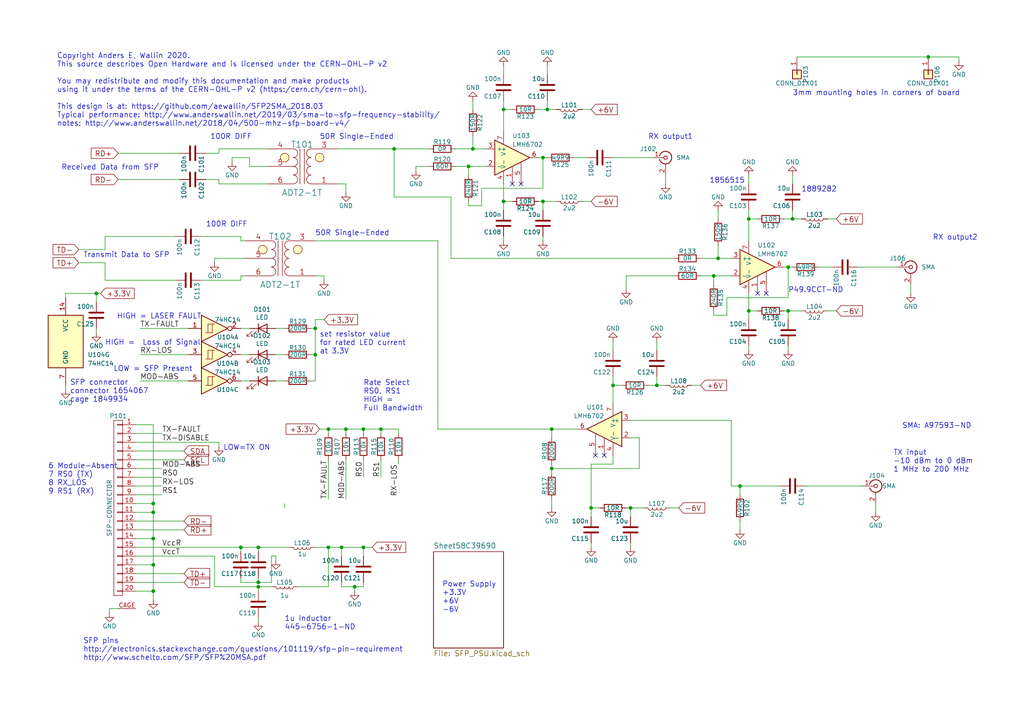
<source format=kicad_sch>
(kicad_sch (version 20250114) (generator "eeschema") (generator_version "9.0")
  (paper "A4")
  (title_block (title "SFP-Board - rev5 - 2020-10") (date "2020-10") (company "Anders Wallin (anders.e.e.wallin \"at\" gmail.com)") (comment 1 "2018-03 LMH6702, symmetric circuit, thicker DC-traces") (comment 2 "2020-10: add status LEDs"))
  (text "100R DIFF" (at 59.69 66.04 0) (effects (font (size 1.524 1.524)) (justify left bottom)))
  (text "RX output2" (at 270.51 69.85 0) (effects (font (size 1.524 1.524)) (justify left bottom)))
  (text "1889282" (at 232.41 55.88 0) (effects (font (size 1.524 1.524)) (justify left bottom)))
  (text "P49.9CCT-ND " (at 228.6 85.09 0) (effects (font (size 1.524 1.524)) (justify left bottom)))
  (text "HIGH = LASER FAULT" (at 58.42 92.71 0) (effects (font (size 1.524 1.524)) (justify right bottom)))
  (text "LOW = SFP Present" (at 55.88 107.95 0) (effects (font (size 1.524 1.524)) (justify right bottom)))
  (text "Transmit Data to SFP" (at 24.13 74.93 0) (effects (font (size 1.524 1.524)) (justify left bottom)))
  (text "RX output1" (at 187.96 40.64 0) (effects (font (size 1.524 1.524)) (justify left bottom)))
  (text "SFP connector\nconnector 1654067\ncage 1849934\n" (at 20.32 116.84 0) (effects (font (size 1.524 1.524)) (justify left bottom)))
  (text "Received Data from SFP" (at 17.78 49.53 0) (effects (font (size 1.524 1.524)) (justify left bottom)))
  (text "Power Supply\n+3.3V\n+6V\n-6V" (at 128.27 177.8 0) (effects (font (size 1.524 1.524)) (justify left bottom)))
  (text "50R Single-Ended" (at 92.71 40.64 0) (effects (font (size 1.524 1.524)) (justify left bottom)))
  (text "50R Single-Ended" (at 91.44 68.58 0) (effects (font (size 1.524 1.524)) (justify left bottom)))
  (text "Rate Select\nRS0, RS1\nHIGH = \nFull Bandwidth" (at 105.41 119.38 0) (effects (font (size 1.524 1.524)) (justify left bottom)))
  (text "6 Module-Absent\n7 RS0 (TX)\n8 RX_LOS\n9 RS1 (RX)\n" (at 13.97 143.51 0) (effects (font (size 1.524 1.524)) (justify left bottom)))
  (text "SFP pins\nhttp://electronics.stackexchange.com/questions/101119/sfp-pin-requirement\nhttp://www.schelto.com/SFP/SFP%20MSA.pdf" (at 24.13 191.77 0) (effects (font (size 1.524 1.524)) (justify left bottom)))
  (text "1u Inductor\n445-6756-1-ND " (at 82.55 182.88 0) (effects (font (size 1.524 1.524)) (justify left bottom)))
  (text "HIGH =  Loss of Signal \n" (at 30.48 100.33 0) (effects (font (size 1.524 1.524)) (justify left bottom)))
  (text "LOW=TX ON" (at 64.77 130.81 0) (effects (font (size 1.524 1.524)) (justify left bottom)))
  (text "Copyright Anders E, Wallin 2020.\nThis source describes Open Hardware and is licensed under the CERN-OHL-P v2\n\nYou may redistribute and modify this documentation and make products\nusing it under the terms of the CERN-OHL-P v2 (https:/cern.ch/cern-ohl).\n\nThis design is at: https://github.com/aewallin/SFP2SMA_2018.03\nTypical performance: http://www.anderswallin.net/2019/03/sma-to-sfp-frequency-stability/\nnotes: http://www.anderswallin.net/2018/04/500-mhz-sfp-board-v4/\n" (at 16.51 36.83 0) (effects (font (size 1.524 1.524)) (justify left bottom)))
  (text "set resistor value\nfor rated LED current\nat 3.3V" (at 92.71 102.87 0) (effects (font (size 1.524 1.524)) (justify left bottom)))
  (text "SMA: A97593-ND " (at 261.62 124.46 0) (effects (font (size 1.524 1.524)) (justify left bottom)))
  (text "100R DIFF" (at 60.96 40.64 0) (effects (font (size 1.524 1.524)) (justify left bottom)))
  (text "1856515 " (at 205.74 53.34 0) (effects (font (size 1.524 1.524)) (justify left bottom)))
  (text "TX input\n-10 dBm to 0 dBm\n1 MHz to 200 MHz" (at 259.08 137.16 0) (effects (font (size 1.524 1.524)) (justify left bottom)))
  (text "3mm mounting holes in corners of board" (at 229.87 27.94 0) (effects (font (size 1.524 1.524)) (justify left bottom)))
  (junction (at 160.02 135.89))
  (junction (at 171.45 147.32))
  (junction (at 146.05 58.42))
  (junction (at 74.93 158.75))
  (junction (at 91.44 102.87))
  (junction (at 95.25 124.46))
  (junction (at 228.6 77.47))
  (junction (at 99.06 158.75))
  (junction (at 114.3 43.18))
  (junction (at 177.8 111.76))
  (junction (at 182.88 147.32))
  (junction (at 217.17 63.5))
  (junction (at 74.93 170.18))
  (junction (at 157.48 58.42))
  (junction (at 44.45 148.59))
  (junction (at 217.17 90.17))
  (junction (at 100.33 124.46))
  (junction (at 229.87 63.5))
  (junction (at 44.45 171.45))
  (junction (at 160.02 124.46))
  (junction (at 214.63 140.97))
  (junction (at 69.85 158.75))
  (junction (at 158.75 31.75))
  (junction (at 146.05 31.75))
  (junction (at 102.87 170.18))
  (junction (at 135.89 48.26))
  (junction (at 137.16 43.18))
  (junction (at 74.93 168.91))
  (junction (at 91.44 95.25))
  (junction (at 105.41 124.46))
  (junction (at 44.45 163.83))
  (junction (at 207.01 80.01))
  (junction (at 208.28 74.93))
  (junction (at 190.5 111.76))
  (junction (at 228.6 90.17))
  (junction (at 27.94 85.09))
  (junction (at 105.41 158.75))
  (junction (at 95.25 158.75))
  (junction (at 110.49 124.46))
  (junction (at 269.24 16.51))
  (junction (at 44.45 146.05))
  (junction (at 44.45 156.21))
  (junction (at 157.48 45.72))
  (no_connect (at 222.25 85.09))
  (no_connect (at 175.26 132.08))
  (no_connect (at 148.59 53.34))
  (no_connect (at 151.13 53.34))
  (no_connect (at 219.71 85.09))
  (no_connect (at 172.72 132.08))
  (wire (pts (xy 102.87 171.45) (xy 102.87 170.18)))
  (wire (pts (xy 82.55 102.87) (xy 80.01 102.87)))
  (wire (pts (xy 214.63 140.97) (xy 226.06 140.97)))
  (wire (pts (xy 114.3 57.15) (xy 114.3 43.18)))
  (wire (pts (xy 135.89 48.26) (xy 132.08 48.26)))
  (wire (pts (xy 187.96 111.76) (xy 190.5 111.76)))
  (wire (pts (xy 160.02 135.89) (xy 185.42 135.89)))
  (wire (pts (xy 69.85 167.64) (xy 69.85 168.91)))
  (wire (pts (xy 58.42 81.28) (xy 69.85 81.28)))
  (wire (pts (xy 171.45 58.42) (xy 168.91 58.42)))
  (wire (pts (xy 27.94 85.09) (xy 19.05 85.09)))
  (wire (pts (xy 135.89 50.8) (xy 135.89 48.26)))
  (wire (pts (xy 74.93 158.75) (xy 74.93 160.02)))
  (wire (pts (xy 39.37 135.89) (xy 46.99 135.89)))
  (wire (pts (xy 182.88 158.75) (xy 182.88 157.48)))
  (wire (pts (xy 82.55 95.25) (xy 80.01 95.25)))
  (wire (pts (xy 231.14 16.51) (xy 269.24 16.51)))
  (wire (pts (xy 171.45 134.62) (xy 171.45 147.32)))
  (wire (pts (xy 190.5 111.76) (xy 193.04 111.76)))
  (wire (pts (xy 74.93 180.34) (xy 74.93 179.07)))
  (wire (pts (xy 44.45 156.21) (xy 44.45 163.83)))
  (wire (pts (xy 157.48 58.42) (xy 156.21 58.42)))
  (wire (pts (xy 160.02 124.46) (xy 167.64 124.46)))
  (wire (pts (xy 177.8 111.76) (xy 180.34 111.76)))
  (wire (pts (xy 105.41 125.73) (xy 105.41 124.46)))
  (wire (pts (xy 99.06 168.91) (xy 99.06 170.18)))
  (wire (pts (xy 135.89 58.42) (xy 135.89 59.69)))
  (wire (pts (xy 63.5 53.34) (xy 77.47 53.34)))
  (wire (pts (xy 182.88 149.86) (xy 182.88 147.32)))
  (wire (pts (xy 264.16 85.09) (xy 264.16 82.55)))
  (wire (pts (xy 130.81 57.15) (xy 114.3 57.15)))
  (wire (pts (xy 92.71 124.46) (xy 95.25 124.46)))
  (wire (pts (xy 39.37 163.83) (xy 44.45 163.83)))
  (wire (pts (xy 22.86 76.2) (xy 30.48 76.2)))
  (wire (pts (xy 278.13 16.51) (xy 278.13 17.78)))
  (wire (pts (xy 54.61 95.25) (xy 40.64 95.25)))
  (wire (pts (xy 171.45 158.75) (xy 171.45 157.48)))
  (wire (pts (xy 229.87 60.96) (xy 229.87 63.5)))
  (wire (pts (xy 95.25 125.73) (xy 95.25 124.46)))
  (wire (pts (xy 54.61 102.87) (xy 40.64 102.87)))
  (wire (pts (xy 217.17 63.5) (xy 217.17 69.85)))
  (wire (pts (xy 90.17 102.87) (xy 91.44 102.87)))
  (wire (pts (xy 110.49 133.35) (xy 110.49 138.43)))
  (wire (pts (xy 228.6 92.71) (xy 228.6 90.17)))
  (wire (pts (xy 135.89 59.69) (xy 139.7 59.69)))
  (wire (pts (xy 196.85 147.32) (xy 194.31 147.32)))
  (wire (pts (xy 254 148.59) (xy 254 146.05)))
  (wire (pts (xy 217.17 60.96) (xy 217.17 63.5)))
  (wire (pts (xy 74.93 168.91) (xy 78.74 168.91)))
  (wire (pts (xy 124.46 48.26) (xy 120.65 48.26)))
  (wire (pts (xy 105.41 133.35) (xy 105.41 138.43)))
  (wire (pts (xy 217.17 85.09) (xy 217.17 90.17)))
  (wire (pts (xy 72.39 48.26) (xy 72.39 45.72)))
  (wire (pts (xy 82.55 147.32) (xy 82.55 146.05)))
  (wire (pts (xy 137.16 39.37) (xy 137.16 43.18)))
  (wire (pts (xy 140.97 48.26) (xy 135.89 48.26)))
  (wire (pts (xy 127 124.46) (xy 160.02 124.46)))
  (wire (pts (xy 177.8 45.72) (xy 189.23 45.72)))
  (wire (pts (xy 171.45 147.32) (xy 171.45 149.86)))
  (wire (pts (xy 227.33 63.5) (xy 229.87 63.5)))
  (wire (pts (xy 82.55 110.49) (xy 80.01 110.49)))
  (wire (pts (xy 52.07 52.07) (xy 34.29 52.07)))
  (wire (pts (xy 29.21 85.09) (xy 27.94 85.09)))
  (wire (pts (xy 91.44 102.87) (xy 91.44 110.49)))
  (wire (pts (xy 100.33 53.34) (xy 100.33 55.88)))
  (wire (pts (xy 90.17 95.25) (xy 91.44 95.25)))
  (wire (pts (xy 100.33 133.35) (xy 100.33 144.78)))
  (wire (pts (xy 39.37 171.45) (xy 44.45 171.45)))
  (wire (pts (xy 39.37 125.73) (xy 46.99 125.73)))
  (wire (pts (xy 228.6 101.6) (xy 228.6 100.33)))
  (wire (pts (xy 58.42 68.58) (xy 69.85 68.58)))
  (wire (pts (xy 177.8 109.22) (xy 177.8 111.76)))
  (wire (pts (xy 137.16 43.18) (xy 132.08 43.18)))
  (wire (pts (xy 80.01 161.29) (xy 80.01 162.56)))
  (wire (pts (xy 137.16 29.21) (xy 137.16 31.75)))
  (wire (pts (xy 233.68 140.97) (xy 250.19 140.97)))
  (wire (pts (xy 193.04 53.34) (xy 193.04 50.8)))
  (wire (pts (xy 91.44 110.49) (xy 90.17 110.49)))
  (wire (pts (xy 99.06 170.18) (xy 102.87 170.18)))
  (wire (pts (xy 190.5 109.22) (xy 190.5 111.76)))
  (wire (pts (xy 34.29 176.53) (xy 31.75 176.53)))
  (wire (pts (xy 63.5 44.45) (xy 63.5 43.18)))
  (wire (pts (xy 78.74 168.91) (xy 78.74 161.29)))
  (wire (pts (xy 71.12 74.93) (xy 62.23 74.93)))
  (wire (pts (xy 177.8 101.6) (xy 177.8 99.06)))
  (wire (pts (xy 242.57 63.5) (xy 240.03 63.5)))
  (wire (pts (xy 210.82 86.36) (xy 228.6 86.36)))
  (wire (pts (xy 44.45 148.59) (xy 44.45 156.21)))
  (wire (pts (xy 59.69 52.07) (xy 63.5 52.07)))
  (wire (pts (xy 158.75 45.72) (xy 157.48 45.72)))
  (wire (pts (xy 39.37 146.05) (xy 44.45 146.05)))
  (wire (pts (xy 52.07 44.45) (xy 34.29 44.45)))
  (wire (pts (xy 228.6 90.17) (xy 227.33 90.17)))
  (wire (pts (xy 44.45 123.19) (xy 44.45 146.05)))
  (wire (pts (xy 207.01 91.44) (xy 210.82 91.44)))
  (wire (pts (xy 217.17 53.34) (xy 217.17 50.8)))
  (wire (pts (xy 157.48 69.85) (xy 157.48 68.58)))
  (wire (pts (xy 69.85 160.02) (xy 69.85 158.75)))
  (wire (pts (xy 72.39 95.25) (xy 69.85 95.25)))
  (wire (pts (xy 69.85 158.75) (xy 74.93 158.75)))
  (wire (pts (xy 127 69.85) (xy 127 124.46)))
  (wire (pts (xy 148.59 58.42) (xy 146.05 58.42)))
  (wire (pts (xy 72.39 102.87) (xy 69.85 102.87)))
  (wire (pts (xy 186.69 147.32) (xy 182.88 147.32)))
  (wire (pts (xy 105.41 124.46) (xy 110.49 124.46)))
  (wire (pts (xy 208.28 71.12) (xy 208.28 74.93)))
  (wire (pts (xy 22.86 72.39) (xy 30.48 72.39)))
  (wire (pts (xy 74.93 167.64) (xy 74.93 168.91)))
  (wire (pts (xy 97.79 43.18) (xy 114.3 43.18)))
  (wire (pts (xy 39.37 148.59) (xy 44.45 148.59)))
  (wire (pts (xy 99.06 158.75) (xy 105.41 158.75)))
  (wire (pts (xy 69.85 81.28) (xy 69.85 80.01)))
  (wire (pts (xy 182.88 121.92) (xy 212.09 121.92)))
  (wire (pts (xy 39.37 158.75) (xy 69.85 158.75)))
  (wire (pts (xy 62.23 161.29) (xy 62.23 170.18)))
  (wire (pts (xy 69.85 168.91) (xy 74.93 168.91)))
  (wire (pts (xy 93.98 92.71) (xy 91.44 92.71)))
  (wire (pts (xy 39.37 128.27) (xy 63.5 128.27)))
  (wire (pts (xy 102.87 170.18) (xy 105.41 170.18)))
  (wire (pts (xy 181.61 80.01) (xy 195.58 80.01)))
  (wire (pts (xy 160.02 127) (xy 160.02 124.46)))
  (wire (pts (xy 214.63 143.51) (xy 214.63 140.97)))
  (wire (pts (xy 63.5 52.07) (xy 63.5 53.34)))
  (wire (pts (xy 63.5 128.27) (xy 63.5 129.54)))
  (wire (pts (xy 39.37 168.91) (xy 53.34 168.91)))
  (wire (pts (xy 69.85 69.85) (xy 71.12 69.85)))
  (wire (pts (xy 69.85 68.58) (xy 69.85 69.85)))
  (wire (pts (xy 86.36 170.18) (xy 95.25 170.18)))
  (wire (pts (xy 39.37 138.43) (xy 46.99 138.43)))
  (wire (pts (xy 27.94 96.52) (xy 27.94 95.25)))
  (wire (pts (xy 91.44 69.85) (xy 127 69.85)))
  (wire (pts (xy 39.37 156.21) (xy 44.45 156.21)))
  (wire (pts (xy 161.29 58.42) (xy 157.48 58.42)))
  (wire (pts (xy 171.45 31.75) (xy 168.91 31.75)))
  (wire (pts (xy 212.09 80.01) (xy 207.01 80.01)))
  (wire (pts (xy 228.6 77.47) (xy 227.33 77.47)))
  (wire (pts (xy 185.42 127) (xy 182.88 127)))
  (wire (pts (xy 139.7 54.61) (xy 157.48 54.61)))
  (wire (pts (xy 190.5 101.6) (xy 190.5 99.06)))
  (wire (pts (xy 217.17 101.6) (xy 217.17 100.33)))
  (wire (pts (xy 39.37 143.51) (xy 46.99 143.51)))
  (wire (pts (xy 146.05 31.75) (xy 146.05 38.1)))
  (wire (pts (xy 160.02 147.32) (xy 160.02 144.78)))
  (wire (pts (xy 177.8 111.76) (xy 177.8 116.84)))
  (wire (pts (xy 74.93 158.75) (xy 83.82 158.75)))
  (wire (pts (xy 160.02 135.89) (xy 160.02 134.62)))
  (wire (pts (xy 114.3 43.18) (xy 124.46 43.18)))
  (wire (pts (xy 105.41 161.29) (xy 105.41 158.75)))
  (wire (pts (xy 207.01 82.55) (xy 207.01 80.01)))
  (wire (pts (xy 44.45 146.05) (xy 44.45 148.59)))
  (wire (pts (xy 195.58 74.93) (xy 130.81 74.93)))
  (wire (pts (xy 248.92 77.47) (xy 260.35 77.47)))
  (wire (pts (xy 208.28 74.93) (xy 203.2 74.93)))
  (wire (pts (xy 232.41 90.17) (xy 228.6 90.17)))
  (wire (pts (xy 173.99 147.32) (xy 171.45 147.32)))
  (wire (pts (xy 19.05 113.03) (xy 19.05 111.76)))
  (wire (pts (xy 93.98 80.01) (xy 93.98 81.28)))
  (wire (pts (xy 157.48 54.61) (xy 157.48 45.72)))
  (wire (pts (xy 146.05 53.34) (xy 146.05 58.42)))
  (wire (pts (xy 54.61 110.49) (xy 40.64 110.49)))
  (wire (pts (xy 44.45 163.83) (xy 44.45 171.45)))
  (wire (pts (xy 62.23 170.18) (xy 74.93 170.18)))
  (wire (pts (xy 166.37 45.72) (xy 170.18 45.72)))
  (wire (pts (xy 229.87 77.47) (xy 228.6 77.47)))
  (wire (pts (xy 182.88 147.32) (xy 181.61 147.32)))
  (wire (pts (xy 140.97 43.18) (xy 137.16 43.18)))
  (wire (pts (xy 207.01 80.01) (xy 203.2 80.01)))
  (wire (pts (xy 219.71 90.17) (xy 217.17 90.17)))
  (wire (pts (xy 95.25 124.46) (xy 100.33 124.46)))
  (wire (pts (xy 146.05 21.59) (xy 146.05 19.05)))
  (wire (pts (xy 146.05 29.21) (xy 146.05 31.75)))
  (wire (pts (xy 39.37 130.81) (xy 53.34 130.81)))
  (wire (pts (xy 91.44 95.25) (xy 91.44 102.87)))
  (wire (pts (xy 229.87 53.34) (xy 229.87 50.8)))
  (wire (pts (xy 120.65 48.26) (xy 120.65 49.53)))
  (wire (pts (xy 39.37 140.97) (xy 46.99 140.97)))
  (wire (pts (xy 110.49 124.46) (xy 115.57 124.46)))
  (wire (pts (xy 53.34 151.13) (xy 39.37 151.13)))
  (wire (pts (xy 78.74 161.29) (xy 80.01 161.29)))
  (wire (pts (xy 115.57 134.62) (xy 115.57 133.35)))
  (wire (pts (xy 95.25 158.75) (xy 99.06 158.75)))
  (wire (pts (xy 139.7 59.69) (xy 139.7 54.61)))
  (wire (pts (xy 67.31 45.72) (xy 67.31 46.99)))
  (wire (pts (xy 146.05 58.42) (xy 146.05 60.96)))
  (wire (pts (xy 212.09 121.92) (xy 212.09 140.97)))
  (wire (pts (xy 27.94 87.63) (xy 27.94 85.09)))
  (wire (pts (xy 157.48 45.72) (xy 156.21 45.72)))
  (wire (pts (xy 30.48 68.58) (xy 50.8 68.58)))
  (wire (pts (xy 100.33 124.46) (xy 105.41 124.46)))
  (wire (pts (xy 217.17 90.17) (xy 217.17 92.71)))
  (wire (pts (xy 237.49 77.47) (xy 241.3 77.47)))
  (wire (pts (xy 30.48 72.39) (xy 30.48 68.58)))
  (wire (pts (xy 130.81 74.93) (xy 130.81 57.15)))
  (wire (pts (xy 59.69 44.45) (xy 63.5 44.45)))
  (wire (pts (xy 228.6 86.36) (xy 228.6 77.47)))
  (wire (pts (xy 44.45 171.45) (xy 44.45 173.99)))
  (wire (pts (xy 62.23 74.93) (xy 62.23 76.2)))
  (wire (pts (xy 177.8 132.08) (xy 177.8 134.62)))
  (wire (pts (xy 39.37 153.67) (xy 53.34 153.67)))
  (wire (pts (xy 214.63 153.67) (xy 214.63 151.13)))
  (wire (pts (xy 53.34 166.37) (xy 39.37 166.37)))
  (wire (pts (xy 210.82 91.44) (xy 210.82 86.36)))
  (wire (pts (xy 203.2 111.76) (xy 200.66 111.76)))
  (wire (pts (xy 207.01 90.17) (xy 207.01 91.44)))
  (wire (pts (xy 115.57 124.46) (xy 115.57 125.73)))
  (wire (pts (xy 63.5 43.18) (xy 77.47 43.18)))
  (wire (pts (xy 105.41 158.75) (xy 107.95 158.75)))
  (wire (pts (xy 110.49 125.73) (xy 110.49 124.46)))
  (wire (pts (xy 158.75 29.21) (xy 158.75 31.75)))
  (wire (pts (xy 229.87 63.5) (xy 232.41 63.5)))
  (wire (pts (xy 156.21 31.75) (xy 158.75 31.75)))
  (wire (pts (xy 217.17 63.5) (xy 219.71 63.5)))
  (wire (pts (xy 212.09 140.97) (xy 214.63 140.97)))
  (wire (pts (xy 177.8 134.62) (xy 171.45 134.62)))
  (wire (pts (xy 30.48 81.28) (xy 50.8 81.28)))
  (wire (pts (xy 99.06 161.29) (xy 99.06 158.75)))
  (wire (pts (xy 91.44 92.71) (xy 91.44 95.25)))
  (wire (pts (xy 158.75 31.75) (xy 161.29 31.75)))
  (wire (pts (xy 72.39 110.49) (xy 69.85 110.49)))
  (wire (pts (xy 74.93 170.18) (xy 74.93 171.45)))
  (wire (pts (xy 146.05 31.75) (xy 148.59 31.75)))
  (wire (pts (xy 212.09 74.93) (xy 208.28 74.93)))
  (wire (pts (xy 242.57 90.17) (xy 240.03 90.17)))
  (wire (pts (xy 77.47 48.26) (xy 72.39 48.26)))
  (wire (pts (xy 95.25 133.35) (xy 95.25 144.78)))
  (wire (pts (xy 39.37 161.29) (xy 62.23 161.29)))
  (wire (pts (xy 39.37 133.35) (xy 53.34 133.35)))
  (wire (pts (xy 91.44 158.75) (xy 95.25 158.75)))
  (wire (pts (xy 97.79 53.34) (xy 100.33 53.34)))
  (wire (pts (xy 100.33 125.73) (xy 100.33 124.46)))
  (wire (pts (xy 95.25 170.18) (xy 95.25 158.75)))
  (wire (pts (xy 30.48 76.2) (xy 30.48 81.28)))
  (wire (pts (xy 269.24 16.51) (xy 278.13 16.51)))
  (wire (pts (xy 91.44 80.01) (xy 93.98 80.01)))
  (wire (pts (xy 208.28 60.96) (xy 208.28 63.5)))
  (wire (pts (xy 146.05 69.85) (xy 146.05 68.58)))
  (wire (pts (xy 39.37 123.19) (xy 44.45 123.19)))
  (wire (pts (xy 31.75 176.53) (xy 31.75 177.8)))
  (wire (pts (xy 19.05 85.09) (xy 19.05 86.36)))
  (wire (pts (xy 181.61 80.01) (xy 181.61 83.82)))
  (wire (pts (xy 72.39 45.72) (xy 67.31 45.72)))
  (wire (pts (xy 158.75 21.59) (xy 158.75 19.05)))
  (wire (pts (xy 157.48 60.96) (xy 157.48 58.42)))
  (wire (pts (xy 160.02 137.16) (xy 160.02 135.89)))
  (wire (pts (xy 69.85 80.01) (xy 71.12 80.01)))
  (wire (pts (xy 185.42 135.89) (xy 185.42 127)))
  (wire (pts (xy 74.93 170.18) (xy 78.74 170.18)))
  (wire (pts (xy 105.41 170.18) (xy 105.41 168.91)))
  (label "MOD-ABS" (at 40.64 110.49 0) (effects (font (size 1.524 1.524))))
  (label "VccR" (at 46.99 158.75 0) (effects (font (size 1.524 1.524))))
  (label "TX-FAULT" (at 95.25 144.78 90) (effects (font (size 1.524 1.524))))
  (label "TX-FAULT" (at 40.64 95.25 0) (effects (font (size 1.524 1.524))))
  (label "RS1" (at 46.99 143.51 0) (effects (font (size 1.524 1.524))))
  (label "RX-LOS" (at 40.64 102.87 0) (effects (font (size 1.524 1.524))))
  (label "TX-DISABLE" (at 46.99 128.27 0) (effects (font (size 1.524 1.524))))
  (label "RX-LOS" (at 46.99 140.97 0) (effects (font (size 1.524 1.524))))
  (label "RX-LOS" (at 115.57 134.62 270) (effects (font (size 1.524 1.524))))
  (label "RS0" (at 46.99 138.43 0) (effects (font (size 1.524 1.524))))
  (label "RS0" (at 105.41 138.43 90) (effects (font (size 1.524 1.524))))
  (label "RS1" (at 110.49 138.43 90) (effects (font (size 1.524 1.524))))
  (label "VccT" (at 46.99 161.29 0) (effects (font (size 1.524 1.524))))
  (label "MOD-ABS" (at 100.33 144.78 90) (effects (font (size 1.524 1.524))))
  (label "MOD-ABS" (at 46.99 135.89 0) (effects (font (size 1.524 1.524))))
  (label "TX-FAULT" (at 46.99 125.73 0) (effects (font (size 1.524 1.524))))
  (global_label "SDA" (shape input) (at 53.34 130.81 0) (effects (font (size 1.524 1.524))) (property "Intersheetrefs" "${INTERSHEET_REFS}" (effects (hide yes))))
  (global_label "+3.3V" (shape input) (at 93.98 92.71 0) (effects (font (size 1.524 1.524))) (property "Intersheetrefs" "${INTERSHEET_REFS}" (effects (hide yes))))
  (global_label "+6V" (shape input) (at 171.45 31.75 0) (effects (font (size 1.524 1.524))) (property "Intersheetrefs" "${INTERSHEET_REFS}" (effects (hide yes))))
  (global_label "TD-" (shape input) (at 53.34 168.91 0) (effects (font (size 1.524 1.524))) (property "Intersheetrefs" "${INTERSHEET_REFS}" (effects (hide yes))))
  (global_label "RD-" (shape input) (at 53.34 151.13 0) (effects (font (size 1.524 1.524))) (property "Intersheetrefs" "${INTERSHEET_REFS}" (effects (hide yes))))
  (global_label "TD-" (shape input) (at 22.86 72.39 180) (effects (font (size 1.524 1.524))) (property "Intersheetrefs" "${INTERSHEET_REFS}" (effects (hide yes))))
  (global_label "-6V" (shape input) (at 196.85 147.32 0) (effects (font (size 1.524 1.524))) (property "Intersheetrefs" "${INTERSHEET_REFS}" (effects (hide yes))))
  (global_label "+3.3V" (shape input) (at 92.71 124.46 180) (effects (font (size 1.524 1.524))) (property "Intersheetrefs" "${INTERSHEET_REFS}" (effects (hide yes))))
  (global_label "TD+" (shape input) (at 22.86 76.2 180) (effects (font (size 1.524 1.524))) (property "Intersheetrefs" "${INTERSHEET_REFS}" (effects (hide yes))))
  (global_label "SCL" (shape input) (at 53.34 133.35 0) (effects (font (size 1.524 1.524))) (property "Intersheetrefs" "${INTERSHEET_REFS}" (effects (hide yes))))
  (global_label "TD+" (shape input) (at 53.34 166.37 0) (effects (font (size 1.524 1.524))) (property "Intersheetrefs" "${INTERSHEET_REFS}" (effects (hide yes))))
  (global_label "+3.3V" (shape input) (at 107.95 158.75 0) (effects (font (size 1.524 1.524))) (property "Intersheetrefs" "${INTERSHEET_REFS}" (effects (hide yes))))
  (global_label "RD+" (shape input) (at 34.29 44.45 180) (effects (font (size 1.524 1.524))) (property "Intersheetrefs" "${INTERSHEET_REFS}" (effects (hide yes))))
  (global_label "+3.3V" (shape input) (at 29.21 85.09 0) (effects (font (size 1.524 1.524))) (property "Intersheetrefs" "${INTERSHEET_REFS}" (effects (hide yes))))
  (global_label "-6V" (shape input) (at 171.45 58.42 0) (effects (font (size 1.524 1.524))) (property "Intersheetrefs" "${INTERSHEET_REFS}" (effects (hide yes))))
  (global_label "+6V" (shape input) (at 242.57 63.5 0) (effects (font (size 1.524 1.524))) (property "Intersheetrefs" "${INTERSHEET_REFS}" (effects (hide yes))))
  (global_label "RD-" (shape input) (at 34.29 52.07 180) (effects (font (size 1.524 1.524))) (property "Intersheetrefs" "${INTERSHEET_REFS}" (effects (hide yes))))
  (global_label "-6V" (shape input) (at 242.57 90.17 0) (effects (font (size 1.524 1.524))) (property "Intersheetrefs" "${INTERSHEET_REFS}" (effects (hide yes))))
  (global_label "+6V" (shape input) (at 203.2 111.76 0) (effects (font (size 1.524 1.524))) (property "Intersheetrefs" "${INTERSHEET_REFS}" (effects (hide yes))))
  (global_label "RD+" (shape input) (at 53.34 153.67 0) (effects (font (size 1.524 1.524))) (property "Intersheetrefs" "${INTERSHEET_REFS}" (effects (hide yes))))
  (symbol (lib_id "sfp_v4-rescue:GND-power") (at 193.04 53.34 0) (unit 1)
    (property "Reference" "#PWR01" (effects (hide yes)))
    (property "Value" "GND" (at 193.04 57.15 0))
  )
  (symbol (lib_id "sfp_v4-rescue:C") (at 146.05 64.77 180) (unit 1)
    (property "Reference" "C108" (at 145.415 67.31 0) (effects (justify left)))
    (property "Value" "100n" (at 145.415 62.23 0) (effects (justify left)))
    (property "Footprint" "Capacitors_SMD:C_0805" (effects (hide yes)))
  )
  (symbol (lib_id "sfp_v4-rescue:C") (at 173.99 45.72 270) (unit 1)
    (property "Reference" "C111" (at 176.53 46.355 0) (effects (justify left)))
    (property "Value" "100n" (at 171.45 46.355 0) (effects (justify left)))
    (property "Footprint" "Capacitors_SMD:C_0805" (effects (hide yes)))
  )
  (symbol (lib_id "sfp_v4-rescue:GND-power") (at 44.45 173.99 0) (unit 1)
    (property "Reference" "#PWR02" (effects (hide yes)))
    (property "Value" "GND" (at 44.45 177.8 0))
  )
  (symbol (lib_id "sfp_v4-rescue:SFP-CONNECTOR-awallin") (at 34.29 147.32 0) (mirror y) (unit 1)
    (property "Reference" "P101" (at 34.29 120.65 0))
    (property "Value" "SFP-CONNECTOR" (at 31.75 147.32 90))
    (property "Footprint" "awallinKiCadFootprints:Connector_SFP_and_Cage" (effects (hide yes)))
  )
  (symbol (lib_id "sfp_v4-rescue:GND-power") (at 31.75 177.8 0) (unit 1)
    (property "Reference" "#PWR03" (effects (hide yes)))
    (property "Value" "GND" (at 31.75 181.61 0))
  )
  (symbol (lib_id "sfp_v4-rescue:Conn_01x01") (at 231.14 21.59 270) (unit 1)
    (property "Reference" "P103" (at 233.68 21.59 0))
    (property "Value" "CONN_01X01" (at 231.14 24.13 90))
    (property "Footprint" "Mounting_Holes:MountingHole_3mm" (effects (hide yes)))
  )
  (symbol (lib_id "sfp_v4-rescue:Conn_01x01") (at 269.24 21.59 270) (unit 1)
    (property "Reference" "P106" (at 271.78 21.59 0))
    (property "Value" "CONN_01X01" (at 269.24 24.13 90))
    (property "Footprint" "Mounting_Holes:MountingHole_3mm" (effects (hide yes)))
  )
  (symbol (lib_id "sfp_v4-rescue:GND-power") (at 278.13 17.78 0) (unit 1)
    (property "Reference" "#PWR05" (effects (hide yes)))
    (property "Value" "GND" (at 278.13 21.59 0))
  )
  (symbol (lib_id "sfp_v4-rescue:GND-power") (at 63.5 129.54 0) (unit 1)
    (property "Reference" "#PWR04" (effects (hide yes)))
    (property "Value" "GND" (at 63.5 133.35 0))
  )
  (symbol (lib_id "sfp_v4-rescue:R") (at 95.25 129.54 180) (unit 1)
    (property "Reference" "R109" (at 92.71 129.54 90))
    (property "Value" "10k" (at 95.25 129.54 90))
    (property "Footprint" "Resistors_SMD:R_0805" (effects (hide yes)))
  )
  (symbol (lib_id "sfp_v4-rescue:Conn_Coaxial") (at 193.04 45.72 0) (unit 1)
    (property "Reference" "J102" (at 187.96 43.18 0))
    (property "Value" "SMA" (at 198.12 45.72 0))
    (property "Footprint" "Connector_Coaxial:SMA_Molex_73251-2200_Horizontal" (effects (hide yes)))
  )
  (symbol (lib_id "sfp_v4-rescue:Conn_Coaxial") (at 254 140.97 0) (unit 1)
    (property "Reference" "J104" (at 254.254 137.922 0))
    (property "Value" "SMA" (at 257.81 140.97 0))
    (property "Footprint" "Connector_Coaxial:SMA_Molex_73251-2200_Horizontal" (effects (hide yes)))
  )
  (symbol (lib_id "sfp_v4-rescue:GND-power") (at 67.31 46.99 0) (unit 1)
    (property "Reference" "#PWR06" (effects (hide yes)))
    (property "Value" "GND" (at 67.31 50.8 0))
  )
  (symbol (lib_id "sfp_v4-rescue:R") (at 110.49 129.54 180) (unit 1)
    (property "Reference" "R115" (at 108.458 129.54 90))
    (property "Value" "10k" (at 110.49 129.54 90))
    (property "Footprint" "Resistors_SMD:R_0805" (effects (hide yes)))
  )
  (symbol (lib_id "sfp_v4-rescue:R") (at 128.27 48.26 90) (unit 1)
    (property "Reference" "R120" (at 128.27 46.228 90))
    (property "Value" "60R" (at 128.27 48.26 90))
    (property "Footprint" "Resistors_SMD:R_0805" (effects (hide yes)))
  )
  (symbol (lib_id "sfp_v4-rescue:R") (at 137.16 35.56 0) (unit 1)
    (property "Reference" "R122" (at 139.192 35.56 90))
    (property "Value" "150R" (at 137.16 35.56 90))
    (property "Footprint" "Resistors_SMD:R_0805" (effects (hide yes)))
  )
  (symbol (lib_id "sfp_v4-rescue:R") (at 128.27 43.18 90) (unit 1)
    (property "Reference" "R119" (at 128.27 41.148 90))
    (property "Value" "0R" (at 128.27 43.18 90))
    (property "Footprint" "Resistors_SMD:R_0805" (effects (hide yes)))
  )
  (symbol (lib_id "sfp_v4-rescue:R") (at 135.89 54.61 0) (unit 1)
    (property "Reference" "R121" (at 137.922 54.61 90))
    (property "Value" "240R" (at 135.89 54.61 90))
    (property "Footprint" "Resistors_SMD:R_0805" (effects (hide yes)))
  )
  (symbol (lib_id "sfp_v4-rescue:R") (at 152.4 58.42 270) (unit 1)
    (property "Reference" "R124" (at 152.4 60.452 90))
    (property "Value" "10R" (at 152.4 58.42 90))
    (property "Footprint" "Resistors_SMD:R_0805" (effects (hide yes)))
  )
  (symbol (lib_id "sfp_v4-rescue:R") (at 152.4 31.75 270) (unit 1)
    (property "Reference" "R123" (at 152.4 33.782 90))
    (property "Value" "10R" (at 152.4 31.75 90))
    (property "Footprint" "Resistors_SMD:R_0805" (effects (hide yes)))
  )
  (symbol (lib_id "sfp_v4-rescue:L") (at 165.1 58.42 270) (unit 1)
    (property "Reference" "L102" (at 165.1 57.15 90))
    (property "Value" "2u2" (at 165.1 60.325 90))
    (property "Footprint" "Resistors_SMD:R_0805" (effects (hide yes)))
  )
  (symbol (lib_id "sfp_v4-rescue:L") (at 165.1 31.75 270) (unit 1)
    (property "Reference" "L101" (at 165.1 30.48 90))
    (property "Value" "2u2" (at 165.1 33.655 90))
    (property "Footprint" "Resistors_SMD:R_0805" (effects (hide yes)))
  )
  (symbol (lib_id "sfp_v4-rescue:R") (at 105.41 129.54 180) (unit 1)
    (property "Reference" "R113" (at 103.378 129.54 90))
    (property "Value" "10k" (at 105.41 129.54 90))
    (property "Footprint" "Resistors_SMD:R_0805" (effects (hide yes)))
  )
  (symbol (lib_id "sfp_v4-rescue:GND-power") (at 146.05 69.85 0) (unit 1)
    (property "Reference" "#PWR012" (effects (hide yes)))
    (property "Value" "GND" (at 146.05 73.66 0))
  )
  (symbol (lib_id "sfp_v4-rescue:GND-power") (at 157.48 69.85 0) (unit 1)
    (property "Reference" "#PWR013" (effects (hide yes)))
    (property "Value" "GND" (at 157.48 73.66 0))
  )
  (symbol (lib_id "sfp_v4-rescue:R") (at 162.56 45.72 270) (unit 1)
    (property "Reference" "R125" (at 162.56 47.752 90))
    (property "Value" "49R9" (at 162.56 45.72 90))
    (property "Footprint" "Resistors_SMD:R_0805" (effects (hide yes)))
  )
  (symbol (lib_id "sfp_v4-rescue:GND-power") (at 146.05 19.05 180) (unit 1)
    (property "Reference" "#PWR014" (effects (hide yes)))
    (property "Value" "GND" (at 146.05 15.24 0))
  )
  (symbol (lib_id "sfp_v4-rescue:GND-power") (at 158.75 19.05 180) (unit 1)
    (property "Reference" "#PWR015" (effects (hide yes)))
    (property "Value" "GND" (at 158.75 15.24 0))
  )
  (symbol (lib_id "sfp_v4-rescue:GND-power") (at 137.16 29.21 180) (unit 1)
    (property "Reference" "#PWR016" (effects (hide yes)))
    (property "Value" "GND" (at 137.16 25.4 0))
  )
  (symbol (lib_id "sfp_v4-rescue:GND-power") (at 254 148.59 0) (unit 1)
    (property "Reference" "#PWR09" (effects (hide yes)))
    (property "Value" "GND" (at 254 152.4 0))
  )
  (symbol (lib_id "sfp_v4-rescue:TL071-RESCUE-sfp_v4") (at 148.59 45.72 0) (unit 1)
    (property "Reference" "U103" (at 148.59 39.37 0) (effects (justify left)))
    (property "Value" "LMH6702" (at 148.59 41.91 0) (effects (justify left)))
    (property "Footprint" "Housings_SOIC:SOIC-8_3.9x4.9mm_Pitch1.27mm" (effects (hide yes)))
  )
  (symbol (lib_id "sfp_v4-rescue:C") (at 157.48 64.77 180) (unit 1)
    (property "Reference" "C109" (at 156.845 67.31 0) (effects (justify left)))
    (property "Value" "10u" (at 156.845 62.23 0) (effects (justify left)))
    (property "Footprint" "Capacitors_SMD:C_0805" (effects (hide yes)))
  )
  (symbol (lib_id "sfp_v4-rescue:C") (at 146.05 25.4 180) (unit 1)
    (property "Reference" "C107" (at 145.415 27.94 0) (effects (justify left)))
    (property "Value" "100n" (at 145.415 22.86 0) (effects (justify left)))
    (property "Footprint" "Capacitors_SMD:C_0805" (effects (hide yes)))
  )
  (symbol (lib_id "sfp_v4-rescue:C") (at 158.75 25.4 180) (unit 1)
    (property "Reference" "C110" (at 158.115 27.94 0) (effects (justify left)))
    (property "Value" "10u" (at 158.115 22.86 0) (effects (justify left)))
    (property "Footprint" "Capacitors_SMD:C_0805" (effects (hide yes)))
  )
  (symbol (lib_id "sfp_v4-rescue:GND-power") (at 264.16 85.09 0) (unit 1)
    (property "Reference" "#PWR017" (effects (hide yes)))
    (property "Value" "GND" (at 264.16 88.9 0))
  )
  (symbol (lib_id "sfp_v4-rescue:C") (at 217.17 96.52 180) (unit 1)
    (property "Reference" "C104" (at 216.535 99.06 0) (effects (justify left)))
    (property "Value" "100n" (at 216.535 93.98 0) (effects (justify left)))
    (property "Footprint" "Capacitors_SMD:C_0805" (effects (hide yes)))
  )
  (symbol (lib_id "sfp_v4-rescue:C") (at 245.11 77.47 270) (unit 1)
    (property "Reference" "C116" (at 247.65 78.105 0) (effects (justify left)))
    (property "Value" "100n" (at 242.57 78.105 0) (effects (justify left)))
    (property "Footprint" "Capacitors_SMD:C_0805" (effects (hide yes)))
  )
  (symbol (lib_id "sfp_v4-rescue:Conn_Coaxial") (at 264.16 77.47 0) (unit 1)
    (property "Reference" "J106" (at 260.35 74.93 0))
    (property "Value" "SMA" (at 269.24 77.47 0))
    (property "Footprint" "Connector_Coaxial:SMA_Molex_73251-2200_Horizontal" (effects (hide yes)))
  )
  (symbol (lib_id "sfp_v4-rescue:TL071-RESCUE-sfp_v4") (at 219.71 77.47 0) (unit 1)
    (property "Reference" "U102" (at 219.71 71.12 0) (effects (justify left)))
    (property "Value" "LMH6702" (at 219.71 73.66 0) (effects (justify left)))
    (property "Footprint" "Housings_SOIC:SOIC-8_3.9x4.9mm_Pitch1.27mm" (effects (hide yes)))
  )
  (symbol (lib_id "sfp_v4-rescue:C") (at 228.6 96.52 180) (unit 1)
    (property "Reference" "C105" (at 227.965 99.06 0) (effects (justify left)))
    (property "Value" "10u" (at 227.965 93.98 0) (effects (justify left)))
    (property "Footprint" "Capacitors_SMD:C_0805" (effects (hide yes)))
  )
  (symbol (lib_id "sfp_v4-rescue:C") (at 217.17 57.15 180) (unit 1)
    (property "Reference" "C103" (at 216.535 59.69 0) (effects (justify left)))
    (property "Value" "100n" (at 216.535 54.61 0) (effects (justify left)))
    (property "Footprint" "Capacitors_SMD:C_0805" (effects (hide yes)))
  )
  (symbol (lib_id "sfp_v4-rescue:C") (at 229.87 57.15 180) (unit 1)
    (property "Reference" "C106" (at 229.235 59.69 0) (effects (justify left)))
    (property "Value" "10u" (at 229.235 54.61 0) (effects (justify left)))
    (property "Footprint" "Capacitors_SMD:C_0805" (effects (hide yes)))
  )
  (symbol (lib_id "sfp_v4-rescue:R") (at 199.39 80.01 90) (unit 1)
    (property "Reference" "R134" (at 199.39 77.978 90))
    (property "Value" "60R" (at 199.39 80.01 90))
    (property "Footprint" "Resistors_SMD:R_0805" (effects (hide yes)))
  )
  (symbol (lib_id "sfp_v4-rescue:R") (at 208.28 67.31 0) (unit 1)
    (property "Reference" "R136" (at 210.312 67.31 90))
    (property "Value" "150R" (at 208.28 67.31 90))
    (property "Footprint" "Resistors_SMD:R_0805" (effects (hide yes)))
  )
  (symbol (lib_id "sfp_v4-rescue:R") (at 199.39 74.93 90) (unit 1)
    (property "Reference" "R133" (at 199.39 72.898 90))
    (property "Value" "0R" (at 199.39 74.93 90))
    (property "Footprint" "Resistors_SMD:R_0805" (effects (hide yes)))
  )
  (symbol (lib_id "sfp_v4-rescue:R") (at 207.01 86.36 0) (unit 1)
    (property "Reference" "R135" (at 209.042 86.36 90))
    (property "Value" "240R" (at 207.01 86.36 90))
    (property "Footprint" "Resistors_SMD:R_0805" (effects (hide yes)))
  )
  (symbol (lib_id "sfp_v4-rescue:R") (at 223.52 90.17 270) (unit 1)
    (property "Reference" "R138" (at 223.52 92.202 90))
    (property "Value" "10R" (at 223.52 90.17 90))
    (property "Footprint" "Resistors_SMD:R_0805" (effects (hide yes)))
  )
  (symbol (lib_id "sfp_v4-rescue:R") (at 223.52 63.5 270) (unit 1)
    (property "Reference" "R137" (at 223.52 65.532 90))
    (property "Value" "10R" (at 223.52 63.5 90))
    (property "Footprint" "Resistors_SMD:R_0805" (effects (hide yes)))
  )
  (symbol (lib_id "sfp_v4-rescue:L") (at 236.22 90.17 270) (unit 1)
    (property "Reference" "L104" (at 236.22 88.9 90))
    (property "Value" "2u2" (at 236.22 92.075 90))
    (property "Footprint" "Resistors_SMD:R_0805" (effects (hide yes)))
  )
  (symbol (lib_id "sfp_v4-rescue:L") (at 236.22 63.5 270) (unit 1)
    (property "Reference" "L103" (at 236.22 62.23 90))
    (property "Value" "2u2" (at 236.22 65.405 90))
    (property "Footprint" "Resistors_SMD:R_0805" (effects (hide yes)))
  )
  (symbol (lib_id "sfp_v4-rescue:GND-power") (at 217.17 101.6 0) (unit 1)
    (property "Reference" "#PWR019" (effects (hide yes)))
    (property "Value" "GND" (at 217.17 105.41 0))
  )
  (symbol (lib_id "sfp_v4-rescue:GND-power") (at 228.6 101.6 0) (unit 1)
    (property "Reference" "#PWR020" (effects (hide yes)))
    (property "Value" "GND" (at 228.6 105.41 0))
  )
  (symbol (lib_id "sfp_v4-rescue:R") (at 233.68 77.47 270) (unit 1)
    (property "Reference" "R139" (at 233.68 79.502 90))
    (property "Value" "49R9" (at 233.68 77.47 90))
    (property "Footprint" "Resistors_SMD:R_0805" (effects (hide yes)))
  )
  (symbol (lib_id "sfp_v4-rescue:GND-power") (at 217.17 50.8 180) (unit 1)
    (property "Reference" "#PWR021" (effects (hide yes)))
    (property "Value" "GND" (at 217.17 46.99 0))
  )
  (symbol (lib_id "sfp_v4-rescue:GND-power") (at 229.87 50.8 180) (unit 1)
    (property "Reference" "#PWR022" (effects (hide yes)))
    (property "Value" "GND" (at 229.87 46.99 0))
  )
  (symbol (lib_id "sfp_v4-rescue:GND-power") (at 208.28 60.96 180) (unit 1)
    (property "Reference" "#PWR023" (effects (hide yes)))
    (property "Value" "GND" (at 208.28 57.15 0))
  )
  (symbol (lib_id "sfp_v4-rescue:R") (at 115.57 129.54 180) (unit 1)
    (property "Reference" "R110" (at 113.538 129.54 90))
    (property "Value" "10k" (at 115.57 129.54 90))
    (property "Footprint" "Resistors_SMD:R_0805" (effects (hide yes)))
  )
  (symbol (lib_id "sfp_v4-rescue:R") (at 100.33 129.54 180) (unit 1)
    (property "Reference" "R107" (at 97.79 129.54 90))
    (property "Value" "10k" (at 100.33 129.54 90))
    (property "Footprint" "Resistors_SMD:R_0805" (effects (hide yes)))
  )
  (symbol (lib_id "sfp_v4-rescue:C") (at 99.06 165.1 180) (unit 1)
    (property "Reference" "C120" (at 98.425 167.64 0) (effects (justify left)))
    (property "Value" "100n" (at 98.425 162.56 0) (effects (justify left)))
    (property "Footprint" "Capacitors_SMD:C_0805" (effects (hide yes)))
  )
  (symbol (lib_id "sfp_v4-rescue:C") (at 105.41 165.1 180) (unit 1)
    (property "Reference" "C121" (at 104.775 167.64 0) (effects (justify left)))
    (property "Value" "10u" (at 104.775 162.56 0) (effects (justify left)))
    (property "Footprint" "Capacitors_SMD:C_0805" (effects (hide yes)))
  )
  (symbol (lib_id "sfp_v4-rescue:L") (at 82.55 170.18 270) (unit 1)
    (property "Reference" "L105" (at 82.55 168.91 90))
    (property "Value" "1u" (at 82.55 172.72 90))
    (property "Footprint" "Resistors_SMD:R_0805" (effects (hide yes)))
  )
  (symbol (lib_id "sfp_v4-rescue:L") (at 87.63 158.75 270) (unit 1)
    (property "Reference" "L106" (at 87.63 157.48 90))
    (property "Value" "1u" (at 87.63 160.655 90))
    (property "Footprint" "Resistors_SMD:R_0805" (effects (hide yes)))
  )
  (symbol (lib_id "sfp_v4-rescue:C") (at 74.93 175.26 180) (unit 1)
    (property "Reference" "C119" (at 74.295 177.8 0) (effects (justify left)))
    (property "Value" "100n" (at 74.295 172.72 0) (effects (justify left)))
    (property "Footprint" "Capacitors_SMD:C_0805" (effects (hide yes)))
  )
  (symbol (lib_id "sfp_v4-rescue:C") (at 69.85 163.83 180) (unit 1)
    (property "Reference" "C117" (at 69.215 166.37 0) (effects (justify left)))
    (property "Value" "100n" (at 69.215 161.29 0) (effects (justify left)))
    (property "Footprint" "Capacitors_SMD:C_0805" (effects (hide yes)))
  )
  (symbol (lib_id "sfp_v4-rescue:C") (at 74.93 163.83 180) (unit 1)
    (property "Reference" "C118" (at 74.295 166.37 0) (effects (justify left)))
    (property "Value" "10u" (at 74.295 161.29 0) (effects (justify left)))
    (property "Footprint" "Capacitors_SMD:C_0805" (effects (hide yes)))
  )
  (symbol (lib_id "sfp_v4-rescue:GND-power") (at 102.87 171.45 0) (unit 1)
    (property "Reference" "#PWR024" (effects (hide yes)))
    (property "Value" "GND" (at 102.87 175.26 0))
  )
  (symbol (lib_id "sfp_v4-rescue:GND-power") (at 80.01 162.56 0) (unit 1)
    (property "Reference" "#PWR025" (effects (hide yes)))
    (property "Value" "GND" (at 80.01 166.37 0))
  )
  (symbol (lib_id "sfp_v4-rescue:GND-power") (at 74.93 180.34 0) (unit 1)
    (property "Reference" "#PWR026" (effects (hide yes)))
    (property "Value" "GND" (at 74.93 184.15 0))
  )
  (symbol (lib_id "sfp_v4-rescue:C") (at 229.87 140.97 270) (unit 1)
    (property "Reference" "C114" (at 232.41 141.605 0) (effects (justify left)))
    (property "Value" "100n" (at 227.33 141.605 0) (effects (justify left)))
    (property "Footprint" "Capacitors_SMD:C_0805" (effects (hide yes)))
  )
  (symbol (lib_id "sfp_v4-rescue:C") (at 54.61 68.58 270) (unit 1)
    (property "Reference" "C112" (at 57.15 69.215 0) (effects (justify left)))
    (property "Value" "100n" (at 52.07 69.215 0) (effects (justify left)))
    (property "Footprint" "Capacitors_SMD:C_0805" (effects (hide yes)))
  )
  (symbol (lib_id "sfp_v4-rescue:C") (at 54.61 81.28 270) (unit 1)
    (property "Reference" "C113" (at 57.15 81.915 0) (effects (justify left)))
    (property "Value" "100n" (at 52.07 81.915 0) (effects (justify left)))
    (property "Footprint" "Capacitors_SMD:C_0805" (effects (hide yes)))
  )
  (symbol (lib_id "sfp_v4-rescue:ADT16-1T-awallin") (at 81.28 74.93 0) (unit 1)
    (property "Reference" "T102" (at 81.28 68.58 0) (effects (font (size 1.778 1.778))))
    (property "Value" "ADT2-1T" (at 81.28 82.55 0) (effects (font (size 1.778 1.778))))
    (property "Footprint" "awallinKiCadFootprints_git:MiniCircuits_CD542" (effects (hide yes)))
  )
  (symbol (lib_id "sfp_v4-rescue:GND-power") (at 62.23 76.2 0) (unit 1)
    (property "Reference" "#PWR027" (effects (hide yes)))
    (property "Value" "GND" (at 62.23 80.01 0))
  )
  (symbol (lib_id "sfp_v4-rescue:GND-power") (at 93.98 81.28 0) (unit 1)
    (property "Reference" "#PWR028" (effects (hide yes)))
    (property "Value" "GND" (at 93.98 85.09 0))
  )
  (symbol (lib_id "sfp_v4-rescue:ADT16-1T-awallin") (at 87.63 48.26 0) (unit 1)
    (property "Reference" "T101" (at 87.63 41.91 0) (effects (font (size 1.778 1.778))))
    (property "Value" "ADT2-1T" (at 87.63 55.88 0) (effects (font (size 1.778 1.778))))
    (property "Footprint" "awallinKiCadFootprints_git:MiniCircuits_CD542" (effects (hide yes)))
  )
  (symbol (lib_id "sfp_v4-rescue:C") (at 55.88 44.45 270) (unit 1)
    (property "Reference" "C101" (at 58.42 45.085 0) (effects (justify left)))
    (property "Value" "100n" (at 53.34 45.085 0) (effects (justify left)))
    (property "Footprint" "Capacitors_SMD:C_0805" (effects (hide yes)))
  )
  (symbol (lib_id "sfp_v4-rescue:C") (at 55.88 52.07 270) (unit 1)
    (property "Reference" "C102" (at 58.42 52.705 0) (effects (justify left)))
    (property "Value" "100n" (at 53.34 52.705 0) (effects (justify left)))
    (property "Footprint" "Capacitors_SMD:C_0805" (effects (hide yes)))
  )
  (symbol (lib_id "sfp_v4-rescue:GND-power") (at 100.33 55.88 0) (unit 1)
    (property "Reference" "#PWR029" (effects (hide yes)))
    (property "Value" "GND" (at 100.33 59.69 0))
  )
  (symbol (lib_id "sfp_v4-rescue:GND-power") (at 181.61 83.82 0) (unit 1)
    (property "Reference" "#PWR030" (effects (hide yes)))
    (property "Value" "GND" (at 181.61 87.63 0))
  )
  (symbol (lib_id "sfp_v4-rescue:GND-power") (at 120.65 49.53 0) (unit 1)
    (property "Reference" "#PWR031" (effects (hide yes)))
    (property "Value" "GND" (at 120.65 53.34 0))
  )
  (symbol (lib_id "sfp_v4-rescue:R") (at 214.63 147.32 0) (unit 1)
    (property "Reference" "R102" (at 216.662 147.32 90))
    (property "Value" "49R9" (at 214.63 147.32 90))
    (property "Footprint" "Resistors_SMD:R_0805" (effects (hide yes)))
  )
  (symbol (lib_id "sfp_v4-rescue:GND-power") (at 214.63 153.67 0) (unit 1)
    (property "Reference" "#PWR032" (effects (hide yes)))
    (property "Value" "GND" (at 214.63 157.48 0))
  )
  (symbol (lib_id "sfp_v4-rescue:TL071-RESCUE-sfp_v4") (at 175.26 124.46 0) (mirror y) (unit 1)
    (property "Reference" "U101" (at 175.26 118.11 0) (effects (justify left)))
    (property "Value" "LMH6702" (at 175.26 120.65 0) (effects (justify left)))
    (property "Footprint" "Housings_SOIC:SOIC-8_3.9x4.9mm_Pitch1.27mm" (effects (hide yes)))
  )
  (symbol (lib_id "sfp_v4-rescue:R") (at 160.02 130.81 180) (unit 1)
    (property "Reference" "R108" (at 157.988 130.81 90))
    (property "Value" "200R" (at 160.02 130.81 90))
    (property "Footprint" "Resistors_SMD:R_0805" (effects (hide yes)))
  )
  (symbol (lib_id "sfp_v4-rescue:R") (at 160.02 140.97 180) (unit 1)
    (property "Reference" "R117" (at 157.988 140.97 90))
    (property "Value" "200R" (at 160.02 140.97 90))
    (property "Footprint" "Resistors_SMD:R_0805" (effects (hide yes)))
  )
  (symbol (lib_id "sfp_v4-rescue:L") (at 190.5 147.32 270) (unit 1)
    (property "Reference" "L107" (at 190.5 146.05 90))
    (property "Value" "2u2" (at 190.5 149.225 90))
    (property "Footprint" "Resistors_SMD:R_0805" (effects (hide yes)))
  )
  (symbol (lib_id "sfp_v4-rescue:GND-power") (at 171.45 158.75 0) (unit 1)
    (property "Reference" "#PWR035" (effects (hide yes)))
    (property "Value" "GND" (at 171.45 162.56 0))
  )
  (symbol (lib_id "sfp_v4-rescue:GND-power") (at 182.88 158.75 0) (unit 1)
    (property "Reference" "#PWR036" (effects (hide yes)))
    (property "Value" "GND" (at 182.88 162.56 0))
  )
  (symbol (lib_id "sfp_v4-rescue:C") (at 182.88 153.67 180) (unit 1)
    (property "Reference" "C123" (at 182.245 156.21 0) (effects (justify left)))
    (property "Value" "10u" (at 182.245 151.13 0) (effects (justify left)))
    (property "Footprint" "Capacitors_SMD:C_0805" (effects (hide yes)))
  )
  (symbol (lib_id "sfp_v4-rescue:C") (at 171.45 153.67 180) (unit 1)
    (property "Reference" "C115" (at 170.815 156.21 0) (effects (justify left)))
    (property "Value" "100n" (at 170.815 151.13 0) (effects (justify left)))
    (property "Footprint" "Capacitors_SMD:C_0805" (effects (hide yes)))
  )
  (symbol (lib_id "sfp_v4-rescue:R") (at 177.8 147.32 270) (unit 1)
    (property "Reference" "R118" (at 177.8 149.352 90))
    (property "Value" "10R" (at 177.8 147.32 90))
    (property "Footprint" "Resistors_SMD:R_0805" (effects (hide yes)))
  )
  (symbol (lib_id "sfp_v4-rescue:GND-power") (at 160.02 147.32 0) (unit 1)
    (property "Reference" "#PWR037" (effects (hide yes)))
    (property "Value" "GND" (at 160.02 151.13 0))
  )
  (symbol (lib_id "sfp_v4-rescue:C") (at 177.8 105.41 180) (unit 1)
    (property "Reference" "C122" (at 177.165 107.95 0) (effects (justify left)))
    (property "Value" "100n" (at 177.165 102.87 0) (effects (justify left)))
    (property "Footprint" "Capacitors_SMD:C_0805" (effects (hide yes)))
  )
  (symbol (lib_id "sfp_v4-rescue:C") (at 190.5 105.41 180) (unit 1)
    (property "Reference" "C124" (at 189.865 107.95 0) (effects (justify left)))
    (property "Value" "10u" (at 189.865 102.87 0) (effects (justify left)))
    (property "Footprint" "Capacitors_SMD:C_0805" (effects (hide yes)))
  )
  (symbol (lib_id "sfp_v4-rescue:R") (at 184.15 111.76 270) (unit 1)
    (property "Reference" "R126" (at 184.15 113.792 90))
    (property "Value" "10R" (at 184.15 111.76 90))
    (property "Footprint" "Resistors_SMD:R_0805" (effects (hide yes)))
  )
  (symbol (lib_id "sfp_v4-rescue:L") (at 196.85 111.76 270) (unit 1)
    (property "Reference" "L108" (at 196.85 110.49 90))
    (property "Value" "2u2" (at 196.85 113.665 90))
    (property "Footprint" "Resistors_SMD:R_0805" (effects (hide yes)))
  )
  (symbol (lib_id "sfp_v4-rescue:GND-power") (at 177.8 99.06 180) (unit 1)
    (property "Reference" "#PWR039" (effects (hide yes)))
    (property "Value" "GND" (at 177.8 95.25 0))
  )
  (symbol (lib_id "sfp_v4-rescue:GND-power") (at 190.5 99.06 180) (unit 1)
    (property "Reference" "#PWR040" (effects (hide yes)))
    (property "Value" "GND" (at 190.5 95.25 0))
  )
  (symbol (lib_id "sfp_v4-rescue:C") (at 27.94 91.44 180) (unit 1)
    (property "Reference" "C125" (at 27.305 93.98 0) (effects (justify left)))
    (property "Value" "100n" (at 27.305 88.9 0) (effects (justify left)))
    (property "Footprint" "Capacitor_SMD:C_0805_2012Metric" (effects (hide yes)))
  )
  (symbol (lib_id "74xx:74HC14") (at 62.23 95.25 0) (unit 1)
    (property "Reference" "U104" (at 66.04 97.79 0))
    (property "Value" "74HC14" (at 66.04 92.71 0))
    (property "Footprint" "Package_SO:TSSOP-14_4.4x5mm_P0.65mm" (effects (hide yes)))
    (property "Datasheet" "http://www.ti.com/lit/gpn/sn74HC14" (effects (hide yes)))
  )
  (symbol (lib_id "74xx:74HC14") (at 62.23 102.87 0) (unit 2)
    (property "Reference" "U104" (at 66.04 105.41 0))
    (property "Value" "74HC14" (at 66.04 100.33 0))
    (property "Footprint" "Package_SO:TSSOP-14_4.4x5mm_P0.65mm" (effects (hide yes)))
    (property "Datasheet" "http://www.ti.com/lit/gpn/sn74HC14" (effects (hide yes)))
  )
  (symbol (lib_id "74xx:74HC14") (at 62.23 110.49 0) (unit 3)
    (property "Reference" "U104" (at 66.04 113.03 0))
    (property "Value" "74HC14" (at 66.04 107.95 0))
    (property "Footprint" "Package_SO:TSSOP-14_4.4x5mm_P0.65mm" (effects (hide yes)))
    (property "Datasheet" "http://www.ti.com/lit/gpn/sn74HC14" (effects (hide yes)))
  )
  (symbol (lib_id "74xx:74HC14") (at 19.05 99.06 0) (unit 7)
    (property "Reference" "U104" (at 25.4 102.87 0) (effects (justify left)))
    (property "Value" "74HC14" (at 25.4 105.41 0) (effects (justify left)))
    (property "Footprint" "Package_SO:TSSOP-14_4.4x5mm_P0.65mm" (effects (hide yes)))
    (property "Datasheet" "http://www.ti.com/lit/gpn/sn74HC14" (effects (hide yes)))
  )
  (symbol (lib_id "sfp_v4-rescue:GND-power") (at 27.94 96.52 0) (unit 1)
    (property "Reference" "#PWR0101" (effects (hide yes)))
    (property "Value" "GND" (at 27.94 100.33 0))
  )
  (symbol (lib_id "sfp_v4-rescue:GND-power") (at 19.05 113.03 0) (unit 1)
    (property "Reference" "#PWR0102" (effects (hide yes)))
    (property "Value" "GND" (at 19.05 116.84 0))
  )
  (symbol (lib_id "Device:LED") (at 76.2 95.25 0) (unit 1)
    (property "Reference" "D101" (at 76.0222 89.7382 0))
    (property "Value" "LED" (at 76.0222 92.0496 0))
    (property "Footprint" "LED_SMD:LED_0805_2012Metric" (effects (hide yes)))
  )
  (symbol (lib_id "Device:LED") (at 76.2 102.87 0) (unit 1)
    (property "Reference" "D102" (at 76.0222 97.3582 0))
    (property "Value" "LED" (at 76.0222 99.6696 0))
    (property "Footprint" "LED_SMD:LED_0805_2012Metric" (effects (hide yes)))
  )
  (symbol (lib_id "Device:LED") (at 76.2 110.49 0) (unit 1)
    (property "Reference" "D103" (at 76.0222 104.9782 0))
    (property "Value" "LED" (at 76.0222 107.2896 0))
    (property "Footprint" "LED_SMD:LED_0805_2012Metric" (effects (hide yes)))
  )
  (symbol (lib_id "sfp_v4-rescue:R") (at 86.36 95.25 90) (unit 1)
    (property "Reference" "R129" (at 86.36 93.218 90))
    (property "Value" "200R" (at 86.36 95.25 90))
    (property "Footprint" "Resistor_SMD:R_0805_2012Metric" (effects (hide yes)))
  )
  (symbol (lib_id "sfp_v4-rescue:R") (at 86.36 102.87 90) (unit 1)
    (property "Reference" "R130" (at 86.36 100.838 90))
    (property "Value" "200R" (at 86.36 102.87 90))
    (property "Footprint" "Resistor_SMD:R_0805_2012Metric" (effects (hide yes)))
  )
  (symbol (lib_id "sfp_v4-rescue:R") (at 86.36 110.49 90) (unit 1)
    (property "Reference" "R131" (at 86.36 108.458 90))
    (property "Value" "200R" (at 86.36 110.49 90))
    (property "Footprint" "Resistor_SMD:R_0805_2012Metric" (effects (hide yes)))
  )
  (sheet (at 125.73 160.02) (size 20.32 27.94)
    (property "Sheetname" "Sheet58C39690" (at 125.73 159.1814 0) (effects (font (size 1.524 1.524)) (justify left bottom)))
    (property "Sheetfile" "SFP_PSU.kicad_sch" (at 125.73 188.6462 0) (effects (font (size 1.524 1.524)) (justify left top)))
  )
)
</source>
